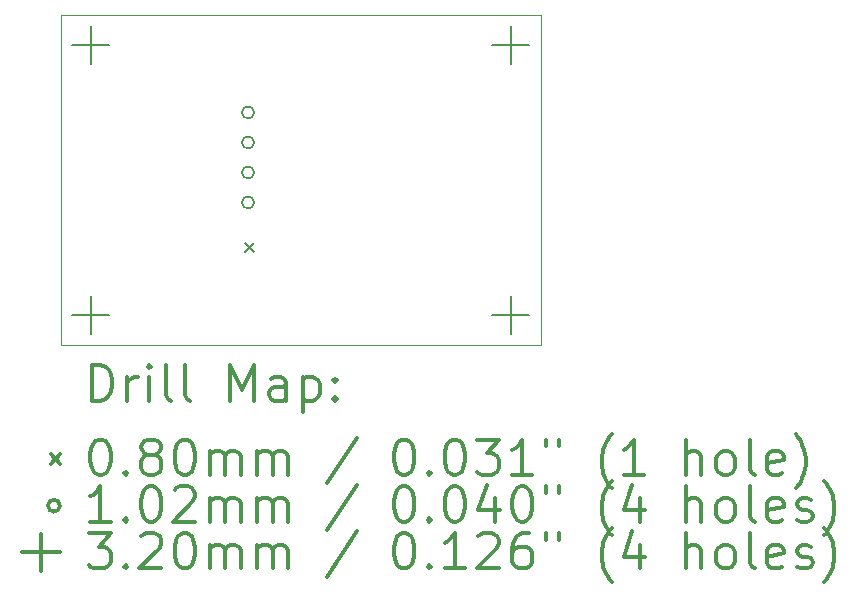
<source format=gbr>
%FSLAX45Y45*%
G04 Gerber Fmt 4.5, Leading zero omitted, Abs format (unit mm)*
G04 Created by KiCad (PCBNEW 4.0.2+dfsg1-stable) date søn 22 jan 2017 04:54:41 CET*
%MOMM*%
G01*
G04 APERTURE LIST*
%ADD10C,0.127000*%
%ADD11C,0.100000*%
%ADD12C,0.200000*%
%ADD13C,0.300000*%
G04 APERTURE END LIST*
D10*
D11*
X11049000Y5207000D02*
X6985000Y5207000D01*
X11049000Y2413000D02*
X11049000Y5207000D01*
X6985000Y2413000D02*
X11049000Y2413000D01*
X6985000Y5207000D02*
X6985000Y2413000D01*
D12*
X8545200Y3278500D02*
X8625200Y3198500D01*
X8625200Y3278500D02*
X8545200Y3198500D01*
X8623300Y4381500D02*
G75*
G03X8623300Y4381500I-50800J0D01*
G01*
X8623300Y4127500D02*
G75*
G03X8623300Y4127500I-50800J0D01*
G01*
X8623300Y3873500D02*
G75*
G03X8623300Y3873500I-50800J0D01*
G01*
X8623300Y3619500D02*
G75*
G03X8623300Y3619500I-50800J0D01*
G01*
X7239000Y5113000D02*
X7239000Y4793000D01*
X7079000Y4953000D02*
X7399000Y4953000D01*
X7239000Y2827000D02*
X7239000Y2507000D01*
X7079000Y2667000D02*
X7399000Y2667000D01*
X10795000Y5113000D02*
X10795000Y4793000D01*
X10635000Y4953000D02*
X10955000Y4953000D01*
X10795000Y2827000D02*
X10795000Y2507000D01*
X10635000Y2667000D02*
X10955000Y2667000D01*
D13*
X7251428Y1942286D02*
X7251428Y2242286D01*
X7322857Y2242286D01*
X7365714Y2228000D01*
X7394286Y2199429D01*
X7408571Y2170857D01*
X7422857Y2113714D01*
X7422857Y2070857D01*
X7408571Y2013714D01*
X7394286Y1985143D01*
X7365714Y1956571D01*
X7322857Y1942286D01*
X7251428Y1942286D01*
X7551428Y1942286D02*
X7551428Y2142286D01*
X7551428Y2085143D02*
X7565714Y2113714D01*
X7580000Y2128000D01*
X7608571Y2142286D01*
X7637143Y2142286D01*
X7737143Y1942286D02*
X7737143Y2142286D01*
X7737143Y2242286D02*
X7722857Y2228000D01*
X7737143Y2213714D01*
X7751428Y2228000D01*
X7737143Y2242286D01*
X7737143Y2213714D01*
X7922857Y1942286D02*
X7894286Y1956571D01*
X7880000Y1985143D01*
X7880000Y2242286D01*
X8080000Y1942286D02*
X8051428Y1956571D01*
X8037143Y1985143D01*
X8037143Y2242286D01*
X8422857Y1942286D02*
X8422857Y2242286D01*
X8522857Y2028000D01*
X8622857Y2242286D01*
X8622857Y1942286D01*
X8894286Y1942286D02*
X8894286Y2099429D01*
X8880000Y2128000D01*
X8851429Y2142286D01*
X8794286Y2142286D01*
X8765714Y2128000D01*
X8894286Y1956571D02*
X8865714Y1942286D01*
X8794286Y1942286D01*
X8765714Y1956571D01*
X8751429Y1985143D01*
X8751429Y2013714D01*
X8765714Y2042286D01*
X8794286Y2056571D01*
X8865714Y2056571D01*
X8894286Y2070857D01*
X9037143Y2142286D02*
X9037143Y1842286D01*
X9037143Y2128000D02*
X9065714Y2142286D01*
X9122857Y2142286D01*
X9151429Y2128000D01*
X9165714Y2113714D01*
X9180000Y2085143D01*
X9180000Y1999428D01*
X9165714Y1970857D01*
X9151429Y1956571D01*
X9122857Y1942286D01*
X9065714Y1942286D01*
X9037143Y1956571D01*
X9308571Y1970857D02*
X9322857Y1956571D01*
X9308571Y1942286D01*
X9294286Y1956571D01*
X9308571Y1970857D01*
X9308571Y1942286D01*
X9308571Y2128000D02*
X9322857Y2113714D01*
X9308571Y2099429D01*
X9294286Y2113714D01*
X9308571Y2128000D01*
X9308571Y2099429D01*
X6900000Y1488000D02*
X6980000Y1408000D01*
X6980000Y1488000D02*
X6900000Y1408000D01*
X7308571Y1612286D02*
X7337143Y1612286D01*
X7365714Y1598000D01*
X7380000Y1583714D01*
X7394286Y1555143D01*
X7408571Y1498000D01*
X7408571Y1426571D01*
X7394286Y1369429D01*
X7380000Y1340857D01*
X7365714Y1326571D01*
X7337143Y1312286D01*
X7308571Y1312286D01*
X7280000Y1326571D01*
X7265714Y1340857D01*
X7251428Y1369429D01*
X7237143Y1426571D01*
X7237143Y1498000D01*
X7251428Y1555143D01*
X7265714Y1583714D01*
X7280000Y1598000D01*
X7308571Y1612286D01*
X7537143Y1340857D02*
X7551428Y1326571D01*
X7537143Y1312286D01*
X7522857Y1326571D01*
X7537143Y1340857D01*
X7537143Y1312286D01*
X7722857Y1483714D02*
X7694286Y1498000D01*
X7680000Y1512286D01*
X7665714Y1540857D01*
X7665714Y1555143D01*
X7680000Y1583714D01*
X7694286Y1598000D01*
X7722857Y1612286D01*
X7780000Y1612286D01*
X7808571Y1598000D01*
X7822857Y1583714D01*
X7837143Y1555143D01*
X7837143Y1540857D01*
X7822857Y1512286D01*
X7808571Y1498000D01*
X7780000Y1483714D01*
X7722857Y1483714D01*
X7694286Y1469428D01*
X7680000Y1455143D01*
X7665714Y1426571D01*
X7665714Y1369429D01*
X7680000Y1340857D01*
X7694286Y1326571D01*
X7722857Y1312286D01*
X7780000Y1312286D01*
X7808571Y1326571D01*
X7822857Y1340857D01*
X7837143Y1369429D01*
X7837143Y1426571D01*
X7822857Y1455143D01*
X7808571Y1469428D01*
X7780000Y1483714D01*
X8022857Y1612286D02*
X8051428Y1612286D01*
X8080000Y1598000D01*
X8094286Y1583714D01*
X8108571Y1555143D01*
X8122857Y1498000D01*
X8122857Y1426571D01*
X8108571Y1369429D01*
X8094286Y1340857D01*
X8080000Y1326571D01*
X8051428Y1312286D01*
X8022857Y1312286D01*
X7994286Y1326571D01*
X7980000Y1340857D01*
X7965714Y1369429D01*
X7951428Y1426571D01*
X7951428Y1498000D01*
X7965714Y1555143D01*
X7980000Y1583714D01*
X7994286Y1598000D01*
X8022857Y1612286D01*
X8251428Y1312286D02*
X8251428Y1512286D01*
X8251428Y1483714D02*
X8265714Y1498000D01*
X8294286Y1512286D01*
X8337143Y1512286D01*
X8365714Y1498000D01*
X8380000Y1469428D01*
X8380000Y1312286D01*
X8380000Y1469428D02*
X8394286Y1498000D01*
X8422857Y1512286D01*
X8465714Y1512286D01*
X8494286Y1498000D01*
X8508571Y1469428D01*
X8508571Y1312286D01*
X8651429Y1312286D02*
X8651429Y1512286D01*
X8651429Y1483714D02*
X8665714Y1498000D01*
X8694286Y1512286D01*
X8737143Y1512286D01*
X8765714Y1498000D01*
X8780000Y1469428D01*
X8780000Y1312286D01*
X8780000Y1469428D02*
X8794286Y1498000D01*
X8822857Y1512286D01*
X8865714Y1512286D01*
X8894286Y1498000D01*
X8908571Y1469428D01*
X8908571Y1312286D01*
X9494286Y1626571D02*
X9237143Y1240857D01*
X9880000Y1612286D02*
X9908571Y1612286D01*
X9937143Y1598000D01*
X9951428Y1583714D01*
X9965714Y1555143D01*
X9980000Y1498000D01*
X9980000Y1426571D01*
X9965714Y1369429D01*
X9951428Y1340857D01*
X9937143Y1326571D01*
X9908571Y1312286D01*
X9880000Y1312286D01*
X9851428Y1326571D01*
X9837143Y1340857D01*
X9822857Y1369429D01*
X9808571Y1426571D01*
X9808571Y1498000D01*
X9822857Y1555143D01*
X9837143Y1583714D01*
X9851428Y1598000D01*
X9880000Y1612286D01*
X10108571Y1340857D02*
X10122857Y1326571D01*
X10108571Y1312286D01*
X10094286Y1326571D01*
X10108571Y1340857D01*
X10108571Y1312286D01*
X10308571Y1612286D02*
X10337143Y1612286D01*
X10365714Y1598000D01*
X10380000Y1583714D01*
X10394286Y1555143D01*
X10408571Y1498000D01*
X10408571Y1426571D01*
X10394286Y1369429D01*
X10380000Y1340857D01*
X10365714Y1326571D01*
X10337143Y1312286D01*
X10308571Y1312286D01*
X10280000Y1326571D01*
X10265714Y1340857D01*
X10251428Y1369429D01*
X10237143Y1426571D01*
X10237143Y1498000D01*
X10251428Y1555143D01*
X10265714Y1583714D01*
X10280000Y1598000D01*
X10308571Y1612286D01*
X10508571Y1612286D02*
X10694286Y1612286D01*
X10594286Y1498000D01*
X10637143Y1498000D01*
X10665714Y1483714D01*
X10680000Y1469428D01*
X10694286Y1440857D01*
X10694286Y1369429D01*
X10680000Y1340857D01*
X10665714Y1326571D01*
X10637143Y1312286D01*
X10551428Y1312286D01*
X10522857Y1326571D01*
X10508571Y1340857D01*
X10980000Y1312286D02*
X10808571Y1312286D01*
X10894286Y1312286D02*
X10894286Y1612286D01*
X10865714Y1569428D01*
X10837143Y1540857D01*
X10808571Y1526571D01*
X11094286Y1612286D02*
X11094286Y1555143D01*
X11208571Y1612286D02*
X11208571Y1555143D01*
X11651428Y1198000D02*
X11637143Y1212286D01*
X11608571Y1255143D01*
X11594285Y1283714D01*
X11580000Y1326571D01*
X11565714Y1398000D01*
X11565714Y1455143D01*
X11580000Y1526571D01*
X11594285Y1569428D01*
X11608571Y1598000D01*
X11637143Y1640857D01*
X11651428Y1655143D01*
X11922857Y1312286D02*
X11751428Y1312286D01*
X11837143Y1312286D02*
X11837143Y1612286D01*
X11808571Y1569428D01*
X11780000Y1540857D01*
X11751428Y1526571D01*
X12280000Y1312286D02*
X12280000Y1612286D01*
X12408571Y1312286D02*
X12408571Y1469428D01*
X12394285Y1498000D01*
X12365714Y1512286D01*
X12322857Y1512286D01*
X12294285Y1498000D01*
X12280000Y1483714D01*
X12594285Y1312286D02*
X12565714Y1326571D01*
X12551428Y1340857D01*
X12537143Y1369429D01*
X12537143Y1455143D01*
X12551428Y1483714D01*
X12565714Y1498000D01*
X12594285Y1512286D01*
X12637143Y1512286D01*
X12665714Y1498000D01*
X12680000Y1483714D01*
X12694285Y1455143D01*
X12694285Y1369429D01*
X12680000Y1340857D01*
X12665714Y1326571D01*
X12637143Y1312286D01*
X12594285Y1312286D01*
X12865714Y1312286D02*
X12837143Y1326571D01*
X12822857Y1355143D01*
X12822857Y1612286D01*
X13094286Y1326571D02*
X13065714Y1312286D01*
X13008571Y1312286D01*
X12980000Y1326571D01*
X12965714Y1355143D01*
X12965714Y1469428D01*
X12980000Y1498000D01*
X13008571Y1512286D01*
X13065714Y1512286D01*
X13094286Y1498000D01*
X13108571Y1469428D01*
X13108571Y1440857D01*
X12965714Y1412286D01*
X13208571Y1198000D02*
X13222857Y1212286D01*
X13251428Y1255143D01*
X13265714Y1283714D01*
X13280000Y1326571D01*
X13294286Y1398000D01*
X13294286Y1455143D01*
X13280000Y1526571D01*
X13265714Y1569428D01*
X13251428Y1598000D01*
X13222857Y1640857D01*
X13208571Y1655143D01*
X6980000Y1052000D02*
G75*
G03X6980000Y1052000I-50800J0D01*
G01*
X7408571Y916286D02*
X7237143Y916286D01*
X7322857Y916286D02*
X7322857Y1216286D01*
X7294286Y1173429D01*
X7265714Y1144857D01*
X7237143Y1130571D01*
X7537143Y944857D02*
X7551428Y930571D01*
X7537143Y916286D01*
X7522857Y930571D01*
X7537143Y944857D01*
X7537143Y916286D01*
X7737143Y1216286D02*
X7765714Y1216286D01*
X7794286Y1202000D01*
X7808571Y1187714D01*
X7822857Y1159143D01*
X7837143Y1102000D01*
X7837143Y1030571D01*
X7822857Y973428D01*
X7808571Y944857D01*
X7794286Y930571D01*
X7765714Y916286D01*
X7737143Y916286D01*
X7708571Y930571D01*
X7694286Y944857D01*
X7680000Y973428D01*
X7665714Y1030571D01*
X7665714Y1102000D01*
X7680000Y1159143D01*
X7694286Y1187714D01*
X7708571Y1202000D01*
X7737143Y1216286D01*
X7951428Y1187714D02*
X7965714Y1202000D01*
X7994286Y1216286D01*
X8065714Y1216286D01*
X8094286Y1202000D01*
X8108571Y1187714D01*
X8122857Y1159143D01*
X8122857Y1130571D01*
X8108571Y1087714D01*
X7937143Y916286D01*
X8122857Y916286D01*
X8251428Y916286D02*
X8251428Y1116286D01*
X8251428Y1087714D02*
X8265714Y1102000D01*
X8294286Y1116286D01*
X8337143Y1116286D01*
X8365714Y1102000D01*
X8380000Y1073429D01*
X8380000Y916286D01*
X8380000Y1073429D02*
X8394286Y1102000D01*
X8422857Y1116286D01*
X8465714Y1116286D01*
X8494286Y1102000D01*
X8508571Y1073429D01*
X8508571Y916286D01*
X8651429Y916286D02*
X8651429Y1116286D01*
X8651429Y1087714D02*
X8665714Y1102000D01*
X8694286Y1116286D01*
X8737143Y1116286D01*
X8765714Y1102000D01*
X8780000Y1073429D01*
X8780000Y916286D01*
X8780000Y1073429D02*
X8794286Y1102000D01*
X8822857Y1116286D01*
X8865714Y1116286D01*
X8894286Y1102000D01*
X8908571Y1073429D01*
X8908571Y916286D01*
X9494286Y1230571D02*
X9237143Y844857D01*
X9880000Y1216286D02*
X9908571Y1216286D01*
X9937143Y1202000D01*
X9951428Y1187714D01*
X9965714Y1159143D01*
X9980000Y1102000D01*
X9980000Y1030571D01*
X9965714Y973428D01*
X9951428Y944857D01*
X9937143Y930571D01*
X9908571Y916286D01*
X9880000Y916286D01*
X9851428Y930571D01*
X9837143Y944857D01*
X9822857Y973428D01*
X9808571Y1030571D01*
X9808571Y1102000D01*
X9822857Y1159143D01*
X9837143Y1187714D01*
X9851428Y1202000D01*
X9880000Y1216286D01*
X10108571Y944857D02*
X10122857Y930571D01*
X10108571Y916286D01*
X10094286Y930571D01*
X10108571Y944857D01*
X10108571Y916286D01*
X10308571Y1216286D02*
X10337143Y1216286D01*
X10365714Y1202000D01*
X10380000Y1187714D01*
X10394286Y1159143D01*
X10408571Y1102000D01*
X10408571Y1030571D01*
X10394286Y973428D01*
X10380000Y944857D01*
X10365714Y930571D01*
X10337143Y916286D01*
X10308571Y916286D01*
X10280000Y930571D01*
X10265714Y944857D01*
X10251428Y973428D01*
X10237143Y1030571D01*
X10237143Y1102000D01*
X10251428Y1159143D01*
X10265714Y1187714D01*
X10280000Y1202000D01*
X10308571Y1216286D01*
X10665714Y1116286D02*
X10665714Y916286D01*
X10594286Y1230571D02*
X10522857Y1016286D01*
X10708571Y1016286D01*
X10880000Y1216286D02*
X10908571Y1216286D01*
X10937143Y1202000D01*
X10951428Y1187714D01*
X10965714Y1159143D01*
X10980000Y1102000D01*
X10980000Y1030571D01*
X10965714Y973428D01*
X10951428Y944857D01*
X10937143Y930571D01*
X10908571Y916286D01*
X10880000Y916286D01*
X10851428Y930571D01*
X10837143Y944857D01*
X10822857Y973428D01*
X10808571Y1030571D01*
X10808571Y1102000D01*
X10822857Y1159143D01*
X10837143Y1187714D01*
X10851428Y1202000D01*
X10880000Y1216286D01*
X11094286Y1216286D02*
X11094286Y1159143D01*
X11208571Y1216286D02*
X11208571Y1159143D01*
X11651428Y802000D02*
X11637143Y816286D01*
X11608571Y859143D01*
X11594285Y887714D01*
X11580000Y930571D01*
X11565714Y1002000D01*
X11565714Y1059143D01*
X11580000Y1130571D01*
X11594285Y1173429D01*
X11608571Y1202000D01*
X11637143Y1244857D01*
X11651428Y1259143D01*
X11894285Y1116286D02*
X11894285Y916286D01*
X11822857Y1230571D02*
X11751428Y1016286D01*
X11937143Y1016286D01*
X12280000Y916286D02*
X12280000Y1216286D01*
X12408571Y916286D02*
X12408571Y1073429D01*
X12394285Y1102000D01*
X12365714Y1116286D01*
X12322857Y1116286D01*
X12294285Y1102000D01*
X12280000Y1087714D01*
X12594285Y916286D02*
X12565714Y930571D01*
X12551428Y944857D01*
X12537143Y973428D01*
X12537143Y1059143D01*
X12551428Y1087714D01*
X12565714Y1102000D01*
X12594285Y1116286D01*
X12637143Y1116286D01*
X12665714Y1102000D01*
X12680000Y1087714D01*
X12694285Y1059143D01*
X12694285Y973428D01*
X12680000Y944857D01*
X12665714Y930571D01*
X12637143Y916286D01*
X12594285Y916286D01*
X12865714Y916286D02*
X12837143Y930571D01*
X12822857Y959143D01*
X12822857Y1216286D01*
X13094286Y930571D02*
X13065714Y916286D01*
X13008571Y916286D01*
X12980000Y930571D01*
X12965714Y959143D01*
X12965714Y1073429D01*
X12980000Y1102000D01*
X13008571Y1116286D01*
X13065714Y1116286D01*
X13094286Y1102000D01*
X13108571Y1073429D01*
X13108571Y1044857D01*
X12965714Y1016286D01*
X13222857Y930571D02*
X13251428Y916286D01*
X13308571Y916286D01*
X13337143Y930571D01*
X13351428Y959143D01*
X13351428Y973428D01*
X13337143Y1002000D01*
X13308571Y1016286D01*
X13265714Y1016286D01*
X13237143Y1030571D01*
X13222857Y1059143D01*
X13222857Y1073429D01*
X13237143Y1102000D01*
X13265714Y1116286D01*
X13308571Y1116286D01*
X13337143Y1102000D01*
X13451428Y802000D02*
X13465714Y816286D01*
X13494286Y859143D01*
X13508571Y887714D01*
X13522857Y930571D01*
X13537143Y1002000D01*
X13537143Y1059143D01*
X13522857Y1130571D01*
X13508571Y1173429D01*
X13494286Y1202000D01*
X13465714Y1244857D01*
X13451428Y1259143D01*
X6820000Y816000D02*
X6820000Y496000D01*
X6660000Y656000D02*
X6980000Y656000D01*
X7222857Y820286D02*
X7408571Y820286D01*
X7308571Y706000D01*
X7351428Y706000D01*
X7380000Y691714D01*
X7394286Y677429D01*
X7408571Y648857D01*
X7408571Y577429D01*
X7394286Y548857D01*
X7380000Y534571D01*
X7351428Y520286D01*
X7265714Y520286D01*
X7237143Y534571D01*
X7222857Y548857D01*
X7537143Y548857D02*
X7551428Y534571D01*
X7537143Y520286D01*
X7522857Y534571D01*
X7537143Y548857D01*
X7537143Y520286D01*
X7665714Y791714D02*
X7680000Y806000D01*
X7708571Y820286D01*
X7780000Y820286D01*
X7808571Y806000D01*
X7822857Y791714D01*
X7837143Y763143D01*
X7837143Y734571D01*
X7822857Y691714D01*
X7651428Y520286D01*
X7837143Y520286D01*
X8022857Y820286D02*
X8051428Y820286D01*
X8080000Y806000D01*
X8094286Y791714D01*
X8108571Y763143D01*
X8122857Y706000D01*
X8122857Y634571D01*
X8108571Y577429D01*
X8094286Y548857D01*
X8080000Y534571D01*
X8051428Y520286D01*
X8022857Y520286D01*
X7994286Y534571D01*
X7980000Y548857D01*
X7965714Y577429D01*
X7951428Y634571D01*
X7951428Y706000D01*
X7965714Y763143D01*
X7980000Y791714D01*
X7994286Y806000D01*
X8022857Y820286D01*
X8251428Y520286D02*
X8251428Y720286D01*
X8251428Y691714D02*
X8265714Y706000D01*
X8294286Y720286D01*
X8337143Y720286D01*
X8365714Y706000D01*
X8380000Y677429D01*
X8380000Y520286D01*
X8380000Y677429D02*
X8394286Y706000D01*
X8422857Y720286D01*
X8465714Y720286D01*
X8494286Y706000D01*
X8508571Y677429D01*
X8508571Y520286D01*
X8651429Y520286D02*
X8651429Y720286D01*
X8651429Y691714D02*
X8665714Y706000D01*
X8694286Y720286D01*
X8737143Y720286D01*
X8765714Y706000D01*
X8780000Y677429D01*
X8780000Y520286D01*
X8780000Y677429D02*
X8794286Y706000D01*
X8822857Y720286D01*
X8865714Y720286D01*
X8894286Y706000D01*
X8908571Y677429D01*
X8908571Y520286D01*
X9494286Y834571D02*
X9237143Y448857D01*
X9880000Y820286D02*
X9908571Y820286D01*
X9937143Y806000D01*
X9951428Y791714D01*
X9965714Y763143D01*
X9980000Y706000D01*
X9980000Y634571D01*
X9965714Y577429D01*
X9951428Y548857D01*
X9937143Y534571D01*
X9908571Y520286D01*
X9880000Y520286D01*
X9851428Y534571D01*
X9837143Y548857D01*
X9822857Y577429D01*
X9808571Y634571D01*
X9808571Y706000D01*
X9822857Y763143D01*
X9837143Y791714D01*
X9851428Y806000D01*
X9880000Y820286D01*
X10108571Y548857D02*
X10122857Y534571D01*
X10108571Y520286D01*
X10094286Y534571D01*
X10108571Y548857D01*
X10108571Y520286D01*
X10408571Y520286D02*
X10237143Y520286D01*
X10322857Y520286D02*
X10322857Y820286D01*
X10294286Y777428D01*
X10265714Y748857D01*
X10237143Y734571D01*
X10522857Y791714D02*
X10537143Y806000D01*
X10565714Y820286D01*
X10637143Y820286D01*
X10665714Y806000D01*
X10680000Y791714D01*
X10694286Y763143D01*
X10694286Y734571D01*
X10680000Y691714D01*
X10508571Y520286D01*
X10694286Y520286D01*
X10951428Y820286D02*
X10894286Y820286D01*
X10865714Y806000D01*
X10851428Y791714D01*
X10822857Y748857D01*
X10808571Y691714D01*
X10808571Y577429D01*
X10822857Y548857D01*
X10837143Y534571D01*
X10865714Y520286D01*
X10922857Y520286D01*
X10951428Y534571D01*
X10965714Y548857D01*
X10980000Y577429D01*
X10980000Y648857D01*
X10965714Y677429D01*
X10951428Y691714D01*
X10922857Y706000D01*
X10865714Y706000D01*
X10837143Y691714D01*
X10822857Y677429D01*
X10808571Y648857D01*
X11094286Y820286D02*
X11094286Y763143D01*
X11208571Y820286D02*
X11208571Y763143D01*
X11651428Y406000D02*
X11637143Y420286D01*
X11608571Y463143D01*
X11594285Y491714D01*
X11580000Y534571D01*
X11565714Y606000D01*
X11565714Y663143D01*
X11580000Y734571D01*
X11594285Y777428D01*
X11608571Y806000D01*
X11637143Y848857D01*
X11651428Y863143D01*
X11894285Y720286D02*
X11894285Y520286D01*
X11822857Y834571D02*
X11751428Y620286D01*
X11937143Y620286D01*
X12280000Y520286D02*
X12280000Y820286D01*
X12408571Y520286D02*
X12408571Y677429D01*
X12394285Y706000D01*
X12365714Y720286D01*
X12322857Y720286D01*
X12294285Y706000D01*
X12280000Y691714D01*
X12594285Y520286D02*
X12565714Y534571D01*
X12551428Y548857D01*
X12537143Y577429D01*
X12537143Y663143D01*
X12551428Y691714D01*
X12565714Y706000D01*
X12594285Y720286D01*
X12637143Y720286D01*
X12665714Y706000D01*
X12680000Y691714D01*
X12694285Y663143D01*
X12694285Y577429D01*
X12680000Y548857D01*
X12665714Y534571D01*
X12637143Y520286D01*
X12594285Y520286D01*
X12865714Y520286D02*
X12837143Y534571D01*
X12822857Y563143D01*
X12822857Y820286D01*
X13094286Y534571D02*
X13065714Y520286D01*
X13008571Y520286D01*
X12980000Y534571D01*
X12965714Y563143D01*
X12965714Y677429D01*
X12980000Y706000D01*
X13008571Y720286D01*
X13065714Y720286D01*
X13094286Y706000D01*
X13108571Y677429D01*
X13108571Y648857D01*
X12965714Y620286D01*
X13222857Y534571D02*
X13251428Y520286D01*
X13308571Y520286D01*
X13337143Y534571D01*
X13351428Y563143D01*
X13351428Y577429D01*
X13337143Y606000D01*
X13308571Y620286D01*
X13265714Y620286D01*
X13237143Y634571D01*
X13222857Y663143D01*
X13222857Y677429D01*
X13237143Y706000D01*
X13265714Y720286D01*
X13308571Y720286D01*
X13337143Y706000D01*
X13451428Y406000D02*
X13465714Y420286D01*
X13494286Y463143D01*
X13508571Y491714D01*
X13522857Y534571D01*
X13537143Y606000D01*
X13537143Y663143D01*
X13522857Y734571D01*
X13508571Y777428D01*
X13494286Y806000D01*
X13465714Y848857D01*
X13451428Y863143D01*
M02*

</source>
